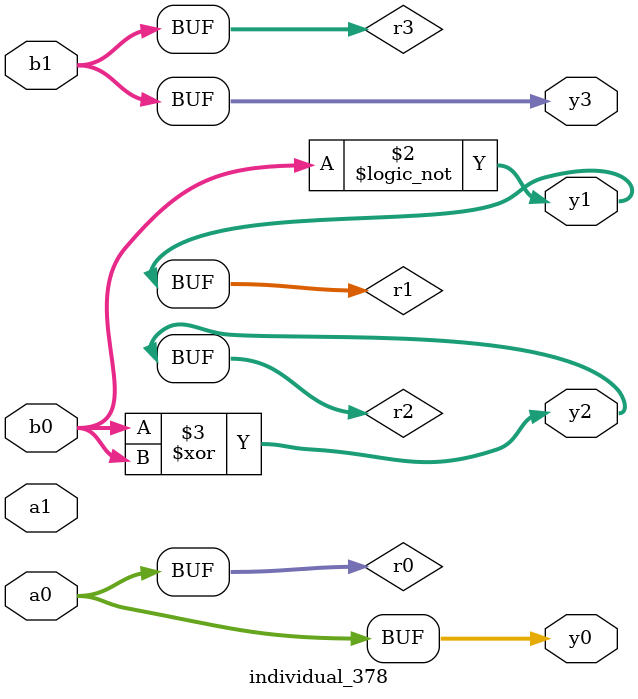
<source format=sv>
module individual_378(input logic [15:0] a1, input logic [15:0] a0, input logic [15:0] b1, input logic [15:0] b0, output logic [15:0] y3, output logic [15:0] y2, output logic [15:0] y1, output logic [15:0] y0);
logic [15:0] r0, r1, r2, r3; 
 always@(*) begin 
	 r0 = a0; r1 = a1; r2 = b0; r3 = b1; 
 	 r1 = ! b0 ;
 	 r2  ^=  r2 ;
 	 y3 = r3; y2 = r2; y1 = r1; y0 = r0; 
end
endmodule
</source>
